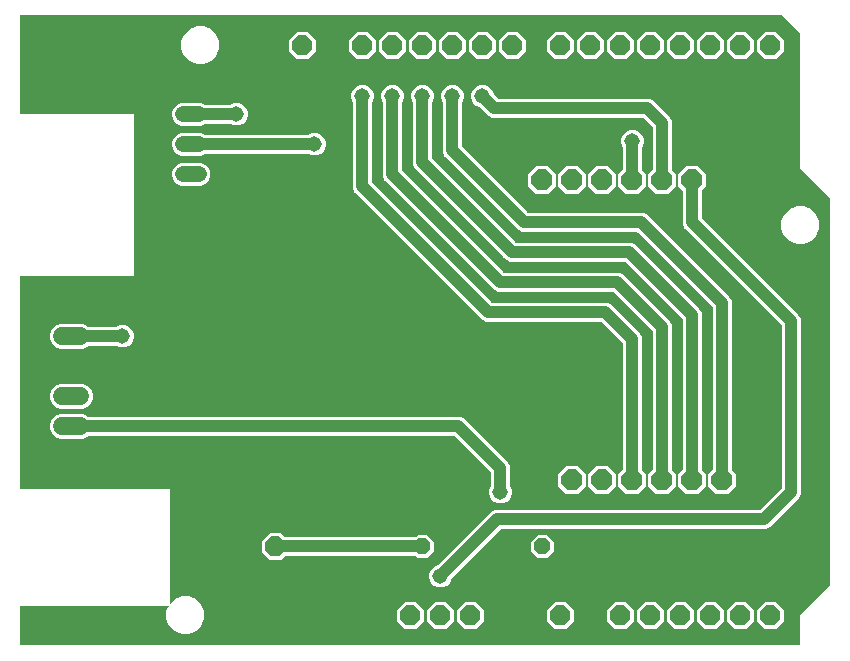
<source format=gbl>
G04 EAGLE Gerber RS-274X export*
G75*
%MOIN*%
%FSLAX24Y24*%
%LPD*%
%INBottom Layer*%
%IPPOS*%
%AMOC8*
5,1,8,0,0,1.08239X$1,22.5*%
G01*
%ADD10P,0.071438X8X22.500000*%
%ADD11P,0.075767X8X292.500000*%
%ADD12C,0.052000*%
%ADD13C,0.060000*%
%ADD14P,0.071438X8X292.500000*%
%ADD15P,0.056284X8X22.500000*%
%ADD16C,0.051496*%
%ADD17C,0.040000*%

G36*
X26000Y0D02*
X26000Y0D01*
X26000Y1000D01*
X27000Y2000D01*
X27000Y14900D01*
X26000Y15900D01*
X26000Y20400D01*
X25400Y21000D01*
X0Y21000D01*
X0Y17700D01*
X3800Y17700D01*
X3800Y12300D01*
X0Y12300D01*
X0Y5200D01*
X5000Y5200D01*
X5000Y1391D01*
X5143Y1534D01*
X5375Y1630D01*
X5625Y1630D01*
X5857Y1534D01*
X6034Y1357D01*
X6130Y1125D01*
X6130Y875D01*
X6034Y643D01*
X5857Y466D01*
X5625Y370D01*
X5375Y370D01*
X5143Y466D01*
X4966Y643D01*
X4870Y875D01*
X4870Y1125D01*
X4943Y1300D01*
X4942Y1300D01*
X0Y1300D01*
X0Y0D01*
X26000Y0D01*
X26000Y0D01*
G37*
%LPC*%
G36*
X13925Y1925D02*
X13925Y1925D01*
X13787Y1982D01*
X13682Y2087D01*
X13625Y2225D01*
X13625Y2375D01*
X13682Y2513D01*
X13787Y2618D01*
X13925Y2675D01*
X13926Y2675D01*
X15720Y4470D01*
X15837Y4518D01*
X24668Y4518D01*
X25382Y5232D01*
X25382Y10668D01*
X22130Y13920D01*
X22082Y14037D01*
X22082Y15156D01*
X21932Y15306D01*
X21932Y15694D01*
X22206Y15968D01*
X22594Y15968D01*
X22868Y15694D01*
X22868Y15306D01*
X22718Y15156D01*
X22718Y14232D01*
X25970Y10980D01*
X26018Y10863D01*
X26018Y5037D01*
X25970Y4920D01*
X24980Y3930D01*
X24863Y3882D01*
X16032Y3882D01*
X14375Y2226D01*
X14375Y2225D01*
X14318Y2087D01*
X14213Y1982D01*
X14075Y1925D01*
X13925Y1925D01*
G37*
%LPD*%
%LPC*%
G36*
X23206Y5032D02*
X23206Y5032D01*
X22932Y5306D01*
X22932Y5694D01*
X23082Y5844D01*
X23082Y11268D01*
X20568Y13782D01*
X16737Y13782D01*
X16620Y13830D01*
X14130Y16320D01*
X14082Y16437D01*
X14082Y18087D01*
X14025Y18225D01*
X14025Y18375D01*
X14082Y18513D01*
X14187Y18618D01*
X14325Y18675D01*
X14475Y18675D01*
X14613Y18618D01*
X14718Y18513D01*
X14775Y18375D01*
X14775Y18225D01*
X14718Y18087D01*
X14718Y16632D01*
X16932Y14418D01*
X20763Y14418D01*
X20880Y14370D01*
X23670Y11580D01*
X23718Y11463D01*
X23718Y5844D01*
X23868Y5694D01*
X23868Y5306D01*
X23594Y5032D01*
X23206Y5032D01*
G37*
%LPD*%
%LPC*%
G36*
X21206Y5032D02*
X21206Y5032D01*
X20932Y5306D01*
X20932Y5694D01*
X21082Y5844D01*
X21082Y10468D01*
X19768Y11782D01*
X15937Y11782D01*
X15820Y11830D01*
X12130Y15520D01*
X12082Y15637D01*
X12082Y18087D01*
X12025Y18225D01*
X12025Y18375D01*
X12082Y18513D01*
X12187Y18618D01*
X12325Y18675D01*
X12475Y18675D01*
X12613Y18618D01*
X12718Y18513D01*
X12775Y18375D01*
X12775Y18225D01*
X12718Y18087D01*
X12718Y15832D01*
X16132Y12418D01*
X19963Y12418D01*
X20080Y12370D01*
X21670Y10780D01*
X21718Y10663D01*
X21718Y5844D01*
X21868Y5694D01*
X21868Y5306D01*
X21594Y5032D01*
X21206Y5032D01*
G37*
%LPD*%
%LPC*%
G36*
X20206Y5032D02*
X20206Y5032D01*
X19932Y5306D01*
X19932Y5694D01*
X20082Y5844D01*
X20082Y10068D01*
X19368Y10782D01*
X15537Y10782D01*
X15420Y10830D01*
X11130Y15120D01*
X11082Y15237D01*
X11082Y18087D01*
X11025Y18225D01*
X11025Y18375D01*
X11082Y18513D01*
X11187Y18618D01*
X11325Y18675D01*
X11475Y18675D01*
X11613Y18618D01*
X11718Y18513D01*
X11775Y18375D01*
X11775Y18225D01*
X11718Y18087D01*
X11718Y15432D01*
X15732Y11418D01*
X19563Y11418D01*
X19680Y11370D01*
X20670Y10380D01*
X20718Y10263D01*
X20718Y5844D01*
X20868Y5694D01*
X20868Y5306D01*
X20594Y5032D01*
X20206Y5032D01*
G37*
%LPD*%
%LPC*%
G36*
X22206Y5032D02*
X22206Y5032D01*
X21932Y5306D01*
X21932Y5694D01*
X22082Y5844D01*
X22082Y10868D01*
X20168Y12782D01*
X16337Y12782D01*
X16220Y12830D01*
X16130Y12920D01*
X13220Y15830D01*
X13130Y15920D01*
X13082Y16037D01*
X13082Y18087D01*
X13025Y18225D01*
X13025Y18375D01*
X13082Y18513D01*
X13187Y18618D01*
X13325Y18675D01*
X13475Y18675D01*
X13613Y18618D01*
X13718Y18513D01*
X13775Y18375D01*
X13775Y18225D01*
X13718Y18087D01*
X13718Y16232D01*
X16532Y13418D01*
X20363Y13418D01*
X20480Y13370D01*
X22670Y11180D01*
X22718Y11063D01*
X22718Y5844D01*
X22868Y5694D01*
X22868Y5306D01*
X22594Y5032D01*
X22206Y5032D01*
G37*
%LPD*%
%LPC*%
G36*
X15925Y4725D02*
X15925Y4725D01*
X15787Y4782D01*
X15682Y4887D01*
X15625Y5025D01*
X15625Y5175D01*
X15682Y5313D01*
X15682Y5768D01*
X14468Y6982D01*
X2273Y6982D01*
X2237Y6946D01*
X2083Y6882D01*
X1317Y6882D01*
X1163Y6946D01*
X1046Y7063D01*
X982Y7217D01*
X982Y7383D01*
X1046Y7537D01*
X1163Y7654D01*
X1317Y7718D01*
X2083Y7718D01*
X2237Y7654D01*
X2273Y7618D01*
X14663Y7618D01*
X14780Y7570D01*
X16270Y6080D01*
X16318Y5963D01*
X16318Y5313D01*
X16375Y5175D01*
X16375Y5025D01*
X16318Y4887D01*
X16213Y4782D01*
X16075Y4725D01*
X15925Y4725D01*
G37*
%LPD*%
%LPC*%
G36*
X21206Y15032D02*
X21206Y15032D01*
X20932Y15306D01*
X20932Y15694D01*
X21082Y15844D01*
X21082Y17268D01*
X20768Y17582D01*
X15737Y17582D01*
X15620Y17630D01*
X15326Y17925D01*
X15325Y17925D01*
X15187Y17982D01*
X15082Y18087D01*
X15025Y18225D01*
X15025Y18375D01*
X15082Y18513D01*
X15187Y18618D01*
X15325Y18675D01*
X15475Y18675D01*
X15613Y18618D01*
X15718Y18513D01*
X15775Y18375D01*
X15775Y18374D01*
X15932Y18218D01*
X20963Y18218D01*
X21080Y18170D01*
X21670Y17580D01*
X21718Y17463D01*
X21718Y15844D01*
X21868Y15694D01*
X21868Y15306D01*
X21594Y15032D01*
X21206Y15032D01*
G37*
%LPD*%
%LPC*%
G36*
X8314Y2852D02*
X8314Y2852D01*
X8052Y3114D01*
X8052Y3486D01*
X8314Y3748D01*
X8686Y3748D01*
X8815Y3618D01*
X8816Y3618D01*
X13183Y3618D01*
X13184Y3618D01*
X13243Y3678D01*
X13557Y3678D01*
X13778Y3457D01*
X13778Y3143D01*
X13557Y2922D01*
X13243Y2922D01*
X13184Y2982D01*
X13183Y2982D01*
X8816Y2982D01*
X8815Y2982D01*
X8686Y2852D01*
X8314Y2852D01*
G37*
%LPD*%
%LPC*%
G36*
X5365Y16322D02*
X5365Y16322D01*
X5226Y16380D01*
X5120Y16486D01*
X5062Y16625D01*
X5062Y16775D01*
X5120Y16914D01*
X5226Y17020D01*
X5365Y17078D01*
X6035Y17078D01*
X6174Y17020D01*
X6176Y17018D01*
X6177Y17018D01*
X9587Y17018D01*
X9725Y17075D01*
X9875Y17075D01*
X10013Y17018D01*
X10118Y16913D01*
X10175Y16775D01*
X10175Y16625D01*
X10118Y16487D01*
X10013Y16382D01*
X9875Y16325D01*
X9725Y16325D01*
X9587Y16382D01*
X6177Y16382D01*
X6176Y16382D01*
X6174Y16380D01*
X6035Y16322D01*
X5365Y16322D01*
G37*
%LPD*%
%LPC*%
G36*
X1317Y9882D02*
X1317Y9882D01*
X1163Y9946D01*
X1046Y10063D01*
X982Y10217D01*
X982Y10383D01*
X1046Y10537D01*
X1163Y10654D01*
X1317Y10718D01*
X2083Y10718D01*
X2237Y10654D01*
X2273Y10618D01*
X3187Y10618D01*
X3325Y10675D01*
X3475Y10675D01*
X3613Y10618D01*
X3718Y10513D01*
X3775Y10375D01*
X3775Y10225D01*
X3718Y10087D01*
X3613Y9982D01*
X3475Y9925D01*
X3325Y9925D01*
X3187Y9982D01*
X2273Y9982D01*
X2237Y9946D01*
X2083Y9882D01*
X1317Y9882D01*
G37*
%LPD*%
%LPC*%
G36*
X5365Y17322D02*
X5365Y17322D01*
X5226Y17380D01*
X5120Y17486D01*
X5062Y17625D01*
X5062Y17775D01*
X5120Y17914D01*
X5226Y18020D01*
X5365Y18078D01*
X6035Y18078D01*
X6174Y18020D01*
X6176Y18018D01*
X6177Y18018D01*
X6987Y18018D01*
X7125Y18075D01*
X7275Y18075D01*
X7413Y18018D01*
X7518Y17913D01*
X7575Y17775D01*
X7575Y17625D01*
X7518Y17487D01*
X7413Y17382D01*
X7275Y17325D01*
X7125Y17325D01*
X6987Y17382D01*
X6177Y17382D01*
X6176Y17382D01*
X6174Y17380D01*
X6035Y17322D01*
X5365Y17322D01*
G37*
%LPD*%
%LPC*%
G36*
X20206Y15032D02*
X20206Y15032D01*
X19932Y15306D01*
X19932Y15694D01*
X20082Y15844D01*
X20082Y16587D01*
X20025Y16725D01*
X20025Y16875D01*
X20082Y17013D01*
X20187Y17118D01*
X20325Y17175D01*
X20475Y17175D01*
X20613Y17118D01*
X20718Y17013D01*
X20775Y16875D01*
X20775Y16725D01*
X20718Y16587D01*
X20718Y15844D01*
X20868Y15694D01*
X20868Y15306D01*
X20594Y15032D01*
X20206Y15032D01*
G37*
%LPD*%
%LPC*%
G36*
X5875Y19370D02*
X5875Y19370D01*
X5643Y19466D01*
X5466Y19643D01*
X5370Y19875D01*
X5370Y20125D01*
X5466Y20357D01*
X5643Y20534D01*
X5875Y20630D01*
X6125Y20630D01*
X6357Y20534D01*
X6534Y20357D01*
X6630Y20125D01*
X6630Y19875D01*
X6534Y19643D01*
X6357Y19466D01*
X6125Y19370D01*
X5875Y19370D01*
G37*
%LPD*%
%LPC*%
G36*
X25875Y13370D02*
X25875Y13370D01*
X25643Y13466D01*
X25466Y13643D01*
X25370Y13875D01*
X25370Y14125D01*
X25466Y14357D01*
X25643Y14534D01*
X25875Y14630D01*
X26125Y14630D01*
X26357Y14534D01*
X26534Y14357D01*
X26630Y14125D01*
X26630Y13875D01*
X26534Y13643D01*
X26357Y13466D01*
X26125Y13370D01*
X25875Y13370D01*
G37*
%LPD*%
%LPC*%
G36*
X1317Y7882D02*
X1317Y7882D01*
X1163Y7946D01*
X1046Y8063D01*
X982Y8217D01*
X982Y8383D01*
X1046Y8537D01*
X1163Y8654D01*
X1317Y8718D01*
X2083Y8718D01*
X2237Y8654D01*
X2354Y8537D01*
X2418Y8383D01*
X2418Y8217D01*
X2354Y8063D01*
X2237Y7946D01*
X2083Y7882D01*
X1317Y7882D01*
G37*
%LPD*%
%LPC*%
G36*
X5365Y15322D02*
X5365Y15322D01*
X5226Y15380D01*
X5120Y15486D01*
X5062Y15625D01*
X5062Y15775D01*
X5120Y15914D01*
X5226Y16020D01*
X5365Y16078D01*
X6035Y16078D01*
X6174Y16020D01*
X6280Y15914D01*
X6338Y15775D01*
X6338Y15625D01*
X6280Y15486D01*
X6174Y15380D01*
X6035Y15322D01*
X5365Y15322D01*
G37*
%LPD*%
%LPC*%
G36*
X19206Y15032D02*
X19206Y15032D01*
X18932Y15306D01*
X18932Y15694D01*
X19206Y15968D01*
X19594Y15968D01*
X19868Y15694D01*
X19868Y15306D01*
X19594Y15032D01*
X19206Y15032D01*
G37*
%LPD*%
%LPC*%
G36*
X18206Y15032D02*
X18206Y15032D01*
X17932Y15306D01*
X17932Y15694D01*
X18206Y15968D01*
X18594Y15968D01*
X18868Y15694D01*
X18868Y15306D01*
X18594Y15032D01*
X18206Y15032D01*
G37*
%LPD*%
%LPC*%
G36*
X17206Y15032D02*
X17206Y15032D01*
X16932Y15306D01*
X16932Y15694D01*
X17206Y15968D01*
X17594Y15968D01*
X17868Y15694D01*
X17868Y15306D01*
X17594Y15032D01*
X17206Y15032D01*
G37*
%LPD*%
%LPC*%
G36*
X19206Y5032D02*
X19206Y5032D01*
X18932Y5306D01*
X18932Y5694D01*
X19206Y5968D01*
X19594Y5968D01*
X19868Y5694D01*
X19868Y5306D01*
X19594Y5032D01*
X19206Y5032D01*
G37*
%LPD*%
%LPC*%
G36*
X18206Y5032D02*
X18206Y5032D01*
X17932Y5306D01*
X17932Y5694D01*
X18206Y5968D01*
X18594Y5968D01*
X18868Y5694D01*
X18868Y5306D01*
X18594Y5032D01*
X18206Y5032D01*
G37*
%LPD*%
%LPC*%
G36*
X11214Y19552D02*
X11214Y19552D01*
X10952Y19814D01*
X10952Y20186D01*
X11214Y20448D01*
X11586Y20448D01*
X11848Y20186D01*
X11848Y19814D01*
X11586Y19552D01*
X11214Y19552D01*
G37*
%LPD*%
%LPC*%
G36*
X9214Y19552D02*
X9214Y19552D01*
X8952Y19814D01*
X8952Y20186D01*
X9214Y20448D01*
X9586Y20448D01*
X9848Y20186D01*
X9848Y19814D01*
X9586Y19552D01*
X9214Y19552D01*
G37*
%LPD*%
%LPC*%
G36*
X20814Y19552D02*
X20814Y19552D01*
X20552Y19814D01*
X20552Y20186D01*
X20814Y20448D01*
X21186Y20448D01*
X21448Y20186D01*
X21448Y19814D01*
X21186Y19552D01*
X20814Y19552D01*
G37*
%LPD*%
%LPC*%
G36*
X24814Y19552D02*
X24814Y19552D01*
X24552Y19814D01*
X24552Y20186D01*
X24814Y20448D01*
X25186Y20448D01*
X25448Y20186D01*
X25448Y19814D01*
X25186Y19552D01*
X24814Y19552D01*
G37*
%LPD*%
%LPC*%
G36*
X23814Y19552D02*
X23814Y19552D01*
X23552Y19814D01*
X23552Y20186D01*
X23814Y20448D01*
X24186Y20448D01*
X24448Y20186D01*
X24448Y19814D01*
X24186Y19552D01*
X23814Y19552D01*
G37*
%LPD*%
%LPC*%
G36*
X22814Y19552D02*
X22814Y19552D01*
X22552Y19814D01*
X22552Y20186D01*
X22814Y20448D01*
X23186Y20448D01*
X23448Y20186D01*
X23448Y19814D01*
X23186Y19552D01*
X22814Y19552D01*
G37*
%LPD*%
%LPC*%
G36*
X21814Y19552D02*
X21814Y19552D01*
X21552Y19814D01*
X21552Y20186D01*
X21814Y20448D01*
X22186Y20448D01*
X22448Y20186D01*
X22448Y19814D01*
X22186Y19552D01*
X21814Y19552D01*
G37*
%LPD*%
%LPC*%
G36*
X19814Y19552D02*
X19814Y19552D01*
X19552Y19814D01*
X19552Y20186D01*
X19814Y20448D01*
X20186Y20448D01*
X20448Y20186D01*
X20448Y19814D01*
X20186Y19552D01*
X19814Y19552D01*
G37*
%LPD*%
%LPC*%
G36*
X18814Y19552D02*
X18814Y19552D01*
X18552Y19814D01*
X18552Y20186D01*
X18814Y20448D01*
X19186Y20448D01*
X19448Y20186D01*
X19448Y19814D01*
X19186Y19552D01*
X18814Y19552D01*
G37*
%LPD*%
%LPC*%
G36*
X17814Y19552D02*
X17814Y19552D01*
X17552Y19814D01*
X17552Y20186D01*
X17814Y20448D01*
X18186Y20448D01*
X18448Y20186D01*
X18448Y19814D01*
X18186Y19552D01*
X17814Y19552D01*
G37*
%LPD*%
%LPC*%
G36*
X16214Y19552D02*
X16214Y19552D01*
X15952Y19814D01*
X15952Y20186D01*
X16214Y20448D01*
X16586Y20448D01*
X16848Y20186D01*
X16848Y19814D01*
X16586Y19552D01*
X16214Y19552D01*
G37*
%LPD*%
%LPC*%
G36*
X15214Y19552D02*
X15214Y19552D01*
X14952Y19814D01*
X14952Y20186D01*
X15214Y20448D01*
X15586Y20448D01*
X15848Y20186D01*
X15848Y19814D01*
X15586Y19552D01*
X15214Y19552D01*
G37*
%LPD*%
%LPC*%
G36*
X14214Y19552D02*
X14214Y19552D01*
X13952Y19814D01*
X13952Y20186D01*
X14214Y20448D01*
X14586Y20448D01*
X14848Y20186D01*
X14848Y19814D01*
X14586Y19552D01*
X14214Y19552D01*
G37*
%LPD*%
%LPC*%
G36*
X13214Y19552D02*
X13214Y19552D01*
X12952Y19814D01*
X12952Y20186D01*
X13214Y20448D01*
X13586Y20448D01*
X13848Y20186D01*
X13848Y19814D01*
X13586Y19552D01*
X13214Y19552D01*
G37*
%LPD*%
%LPC*%
G36*
X12214Y19552D02*
X12214Y19552D01*
X11952Y19814D01*
X11952Y20186D01*
X12214Y20448D01*
X12586Y20448D01*
X12848Y20186D01*
X12848Y19814D01*
X12586Y19552D01*
X12214Y19552D01*
G37*
%LPD*%
%LPC*%
G36*
X24814Y552D02*
X24814Y552D01*
X24552Y814D01*
X24552Y1186D01*
X24814Y1448D01*
X25186Y1448D01*
X25448Y1186D01*
X25448Y814D01*
X25186Y552D01*
X24814Y552D01*
G37*
%LPD*%
%LPC*%
G36*
X23814Y552D02*
X23814Y552D01*
X23552Y814D01*
X23552Y1186D01*
X23814Y1448D01*
X24186Y1448D01*
X24448Y1186D01*
X24448Y814D01*
X24186Y552D01*
X23814Y552D01*
G37*
%LPD*%
%LPC*%
G36*
X22814Y552D02*
X22814Y552D01*
X22552Y814D01*
X22552Y1186D01*
X22814Y1448D01*
X23186Y1448D01*
X23448Y1186D01*
X23448Y814D01*
X23186Y552D01*
X22814Y552D01*
G37*
%LPD*%
%LPC*%
G36*
X21814Y552D02*
X21814Y552D01*
X21552Y814D01*
X21552Y1186D01*
X21814Y1448D01*
X22186Y1448D01*
X22448Y1186D01*
X22448Y814D01*
X22186Y552D01*
X21814Y552D01*
G37*
%LPD*%
%LPC*%
G36*
X20814Y552D02*
X20814Y552D01*
X20552Y814D01*
X20552Y1186D01*
X20814Y1448D01*
X21186Y1448D01*
X21448Y1186D01*
X21448Y814D01*
X21186Y552D01*
X20814Y552D01*
G37*
%LPD*%
%LPC*%
G36*
X19814Y552D02*
X19814Y552D01*
X19552Y814D01*
X19552Y1186D01*
X19814Y1448D01*
X20186Y1448D01*
X20448Y1186D01*
X20448Y814D01*
X20186Y552D01*
X19814Y552D01*
G37*
%LPD*%
%LPC*%
G36*
X17814Y552D02*
X17814Y552D01*
X17552Y814D01*
X17552Y1186D01*
X17814Y1448D01*
X18186Y1448D01*
X18448Y1186D01*
X18448Y814D01*
X18186Y552D01*
X17814Y552D01*
G37*
%LPD*%
%LPC*%
G36*
X14814Y552D02*
X14814Y552D01*
X14552Y814D01*
X14552Y1186D01*
X14814Y1448D01*
X15186Y1448D01*
X15448Y1186D01*
X15448Y814D01*
X15186Y552D01*
X14814Y552D01*
G37*
%LPD*%
%LPC*%
G36*
X13814Y552D02*
X13814Y552D01*
X13552Y814D01*
X13552Y1186D01*
X13814Y1448D01*
X14186Y1448D01*
X14448Y1186D01*
X14448Y814D01*
X14186Y552D01*
X13814Y552D01*
G37*
%LPD*%
%LPC*%
G36*
X12814Y552D02*
X12814Y552D01*
X12552Y814D01*
X12552Y1186D01*
X12814Y1448D01*
X13186Y1448D01*
X13448Y1186D01*
X13448Y814D01*
X13186Y552D01*
X12814Y552D01*
G37*
%LPD*%
%LPC*%
G36*
X17243Y2922D02*
X17243Y2922D01*
X17022Y3143D01*
X17022Y3457D01*
X17243Y3678D01*
X17557Y3678D01*
X17778Y3457D01*
X17778Y3143D01*
X17557Y2922D01*
X17243Y2922D01*
G37*
%LPD*%
D10*
X21000Y20000D03*
X20000Y1000D03*
X22000Y20000D03*
X23000Y20000D03*
X24000Y20000D03*
X25000Y20000D03*
X20000Y20000D03*
X19000Y20000D03*
X18000Y20000D03*
X16400Y20000D03*
X15400Y20000D03*
X14400Y20000D03*
X13400Y20000D03*
X12400Y20000D03*
X11400Y20000D03*
X10400Y20000D03*
X9400Y20000D03*
X21000Y1000D03*
X22000Y1000D03*
X23000Y1000D03*
X24000Y1000D03*
X25000Y1000D03*
X18000Y1000D03*
X17000Y1000D03*
X16000Y1000D03*
X15000Y1000D03*
X14000Y1000D03*
X13000Y1000D03*
D11*
X24400Y15500D03*
X23400Y15500D03*
X22400Y15500D03*
X21400Y15500D03*
X20400Y15500D03*
X19400Y15500D03*
X18400Y15500D03*
X17400Y15500D03*
X17400Y5500D03*
X18400Y5500D03*
X19400Y5500D03*
X20400Y5500D03*
X21400Y5500D03*
X22400Y5500D03*
X23400Y5500D03*
X24400Y5500D03*
D12*
X5960Y15700D02*
X5440Y15700D01*
X5440Y14700D02*
X5960Y14700D01*
X5960Y16700D02*
X5440Y16700D01*
X5440Y17700D02*
X5960Y17700D01*
D13*
X2000Y8300D02*
X1400Y8300D01*
X1400Y7300D02*
X2000Y7300D01*
X2000Y9300D02*
X1400Y9300D01*
X1400Y10300D02*
X2000Y10300D01*
D14*
X8500Y3300D03*
X8500Y2300D03*
D15*
X13400Y3300D03*
X17400Y3300D03*
D16*
X16000Y2300D03*
X10400Y18300D03*
D17*
X8500Y3300D02*
X13400Y3300D01*
D16*
X14000Y2300D03*
D17*
X15900Y4200D01*
X24800Y4200D02*
X25700Y5100D01*
X25700Y10800D01*
X22400Y14100D01*
X22400Y15500D01*
X24800Y4200D02*
X15900Y4200D01*
X3400Y10300D02*
X1700Y10300D01*
D16*
X3400Y10300D03*
D17*
X5700Y17700D02*
X7200Y17700D01*
D16*
X7200Y17700D03*
D17*
X21400Y17400D02*
X21400Y15500D01*
X15800Y17900D02*
X15400Y18300D01*
D16*
X15400Y18300D03*
D17*
X20900Y17900D02*
X21400Y17400D01*
X20900Y17900D02*
X15800Y17900D01*
X23400Y11400D02*
X23400Y5500D01*
X20700Y14100D02*
X16800Y14100D01*
X14400Y16500D01*
X20700Y14100D02*
X23400Y11400D01*
X14400Y16500D02*
X14400Y18300D01*
D16*
X14400Y18300D03*
D17*
X22400Y11000D02*
X22400Y5500D01*
X16400Y13100D02*
X13400Y16100D01*
X13400Y18300D01*
D16*
X13400Y18300D03*
D17*
X20300Y13100D02*
X22400Y11000D01*
X20300Y13100D02*
X16400Y13100D01*
X21400Y10600D02*
X21400Y5500D01*
X19900Y12100D02*
X16000Y12100D01*
X19900Y12100D02*
X21400Y10600D01*
X16000Y12100D02*
X12400Y15700D01*
X12400Y18300D01*
D16*
X12400Y18300D03*
D17*
X20400Y10200D02*
X20400Y5500D01*
X19500Y11100D02*
X15600Y11100D01*
X11400Y15300D01*
X11400Y18300D01*
D16*
X11400Y18300D03*
D17*
X19500Y11100D02*
X20400Y10200D01*
X20400Y15500D02*
X20400Y16800D01*
D16*
X20400Y16800D03*
X16000Y5100D03*
D17*
X16000Y5900D01*
X14600Y7300D01*
X1700Y7300D01*
D16*
X9800Y16700D03*
D17*
X5700Y16700D01*
M02*

</source>
